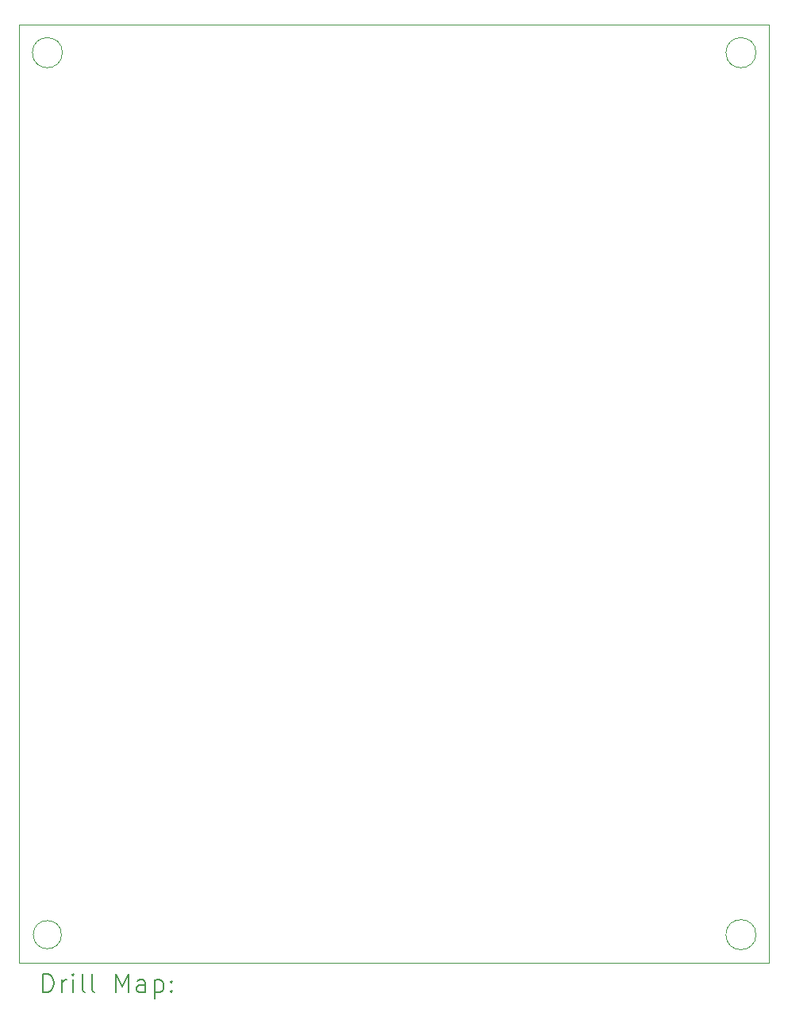
<source format=gbr>
%TF.GenerationSoftware,KiCad,Pcbnew,(6.0.11-0)*%
%TF.CreationDate,2023-03-26T21:43:21+01:00*%
%TF.ProjectId,ioboard,696f626f-6172-4642-9e6b-696361645f70,rev?*%
%TF.SameCoordinates,Original*%
%TF.FileFunction,Drillmap*%
%TF.FilePolarity,Positive*%
%FSLAX45Y45*%
G04 Gerber Fmt 4.5, Leading zero omitted, Abs format (unit mm)*
G04 Created by KiCad (PCBNEW (6.0.11-0)) date 2023-03-26 21:43:21*
%MOMM*%
%LPD*%
G01*
G04 APERTURE LIST*
%ADD10C,0.100000*%
%ADD11C,0.200000*%
G04 APERTURE END LIST*
D10*
X450000Y-9700000D02*
G75*
G03*
X450000Y-9700000I-150000J0D01*
G01*
X7860000Y-300000D02*
G75*
G03*
X7860000Y-300000I-160000J0D01*
G01*
X7860000Y-9700000D02*
G75*
G03*
X7860000Y-9700000I-160000J0D01*
G01*
X0Y0D02*
X8000000Y0D01*
X8000000Y0D02*
X8000000Y-10000000D01*
X8000000Y-10000000D02*
X0Y-10000000D01*
X0Y-10000000D02*
X0Y0D01*
X460000Y-300000D02*
G75*
G03*
X460000Y-300000I-160000J0D01*
G01*
D11*
X252619Y-10315476D02*
X252619Y-10115476D01*
X300238Y-10115476D01*
X328810Y-10125000D01*
X347857Y-10144048D01*
X357381Y-10163095D01*
X366905Y-10201190D01*
X366905Y-10229762D01*
X357381Y-10267857D01*
X347857Y-10286905D01*
X328810Y-10305952D01*
X300238Y-10315476D01*
X252619Y-10315476D01*
X452619Y-10315476D02*
X452619Y-10182143D01*
X452619Y-10220238D02*
X462143Y-10201190D01*
X471667Y-10191667D01*
X490714Y-10182143D01*
X509762Y-10182143D01*
X576429Y-10315476D02*
X576429Y-10182143D01*
X576429Y-10115476D02*
X566905Y-10125000D01*
X576429Y-10134524D01*
X585952Y-10125000D01*
X576429Y-10115476D01*
X576429Y-10134524D01*
X700238Y-10315476D02*
X681190Y-10305952D01*
X671667Y-10286905D01*
X671667Y-10115476D01*
X805000Y-10315476D02*
X785952Y-10305952D01*
X776428Y-10286905D01*
X776428Y-10115476D01*
X1033571Y-10315476D02*
X1033571Y-10115476D01*
X1100238Y-10258333D01*
X1166905Y-10115476D01*
X1166905Y-10315476D01*
X1347857Y-10315476D02*
X1347857Y-10210714D01*
X1338333Y-10191667D01*
X1319286Y-10182143D01*
X1281190Y-10182143D01*
X1262143Y-10191667D01*
X1347857Y-10305952D02*
X1328810Y-10315476D01*
X1281190Y-10315476D01*
X1262143Y-10305952D01*
X1252619Y-10286905D01*
X1252619Y-10267857D01*
X1262143Y-10248810D01*
X1281190Y-10239286D01*
X1328810Y-10239286D01*
X1347857Y-10229762D01*
X1443095Y-10182143D02*
X1443095Y-10382143D01*
X1443095Y-10191667D02*
X1462143Y-10182143D01*
X1500238Y-10182143D01*
X1519286Y-10191667D01*
X1528809Y-10201190D01*
X1538333Y-10220238D01*
X1538333Y-10277381D01*
X1528809Y-10296429D01*
X1519286Y-10305952D01*
X1500238Y-10315476D01*
X1462143Y-10315476D01*
X1443095Y-10305952D01*
X1624048Y-10296429D02*
X1633571Y-10305952D01*
X1624048Y-10315476D01*
X1614524Y-10305952D01*
X1624048Y-10296429D01*
X1624048Y-10315476D01*
X1624048Y-10191667D02*
X1633571Y-10201190D01*
X1624048Y-10210714D01*
X1614524Y-10201190D01*
X1624048Y-10191667D01*
X1624048Y-10210714D01*
M02*

</source>
